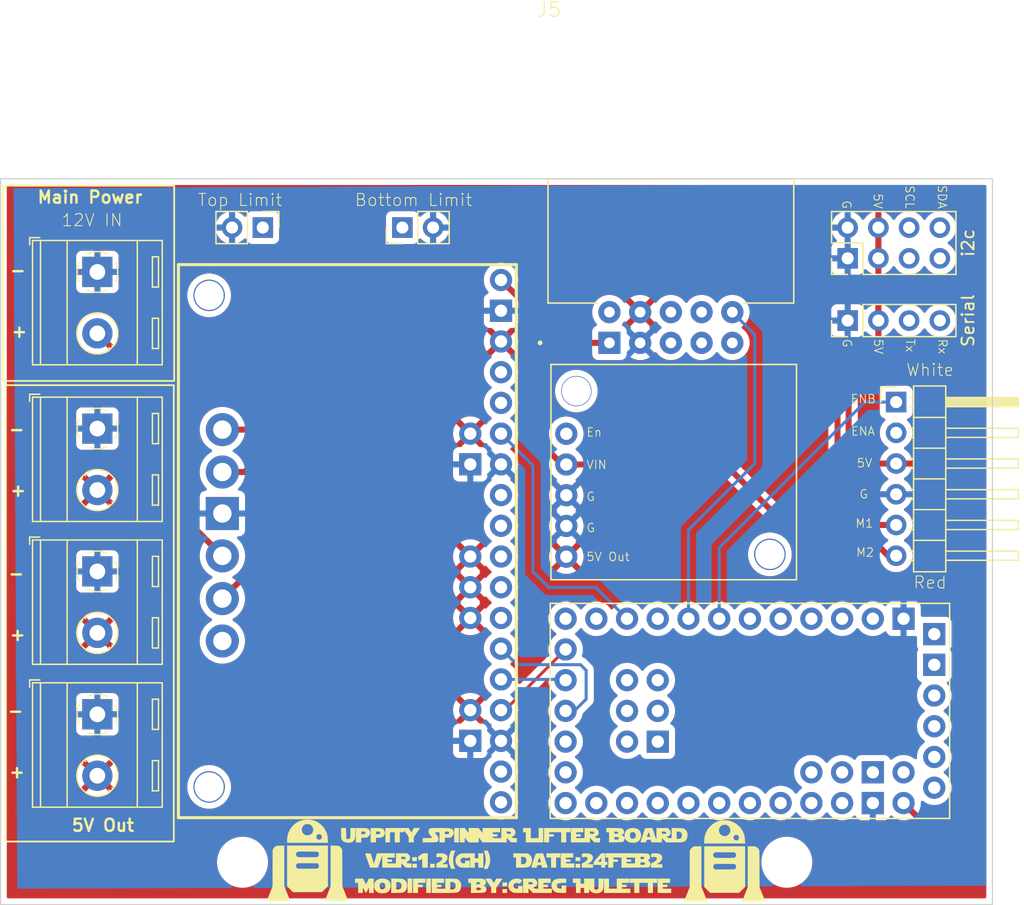
<source format=kicad_pcb>
(kicad_pcb (version 20211014) (generator pcbnew)
  (layers (0 "F.Cu" signal) (1 "In1.Cu" signal) (2 "In2.Cu" signal) (31 "B.Cu" signal) (34 "B.Paste" user) (35 "F.Paste" user) (36 "B.SilkS" user "B.Silkscreen") (37 "F.SilkS" user "F.Silkscreen") (38 "B.Mask" user) (39 "F.Mask" user) (44 "Edge.Cuts" user))
  (net 0 "")
  (net 1 "LFT_ENA")
  (net 2 "RTR_ENA")
  (net 3 "LFT_ENB")
  (net 4 "RTR_LIMIT")
  (net 5 "M1PWM2")
  (net 6 "M1IN1")
  (net 7 "M1IN2")
  (net 8 "M2PWM2")
  (net 9 "M2IN1")
  (net 10 "M2IN2")
  (net 11 "MOTOR_EN")
  (net 12 "M1FB")
  (net 13 "LKIT_A")
  (net 14 "LKIT_B")
  (net 15 "LKIT_C")
  (net 16 "SDA")
  (net 17 "SCL")
  (net 18 "M2FB")
  (net 19 "M1SF")
  (net 20 "LFT_TOP")
  (net 21 "LFT_BOT")
  (net 23 "12V")
  (net 25 "GND")
  (net 33 "RX")
  (net 36 "TX")
  (net 43 "5V")
  (net 44 "RMOT1")
  (net 45 "RMOT2")
  (net 46 "RTR_ENB")
  (net 47 "LMOT1")
  (net 48 "LMOT2")
  (footprint "TerminalBlock_RND:TerminalBlock_RND_205-00287_1x02_P5.08mm_Horizontal" (layer "F.Cu") (at 88 60.65 -90)
    (fp_text reference "J2" hide)
    (fp_text value "5V-1")
    (pad "1" thru_hole rect locked (at 0 0 270) (size 2.5 2.5) (drill 1.3) (layers *.Cu *.Mask) (net 25 "GND"))
    (pad "2" thru_hole circle locked (at 5.08 0 270) (size 2.5 2.5) (drill 1.3) (layers *.Cu *.Mask) (net 43 "5V"))
  )
  (footprint "Symbol:r2" (layer "F.Cu") (at 139.88861 96.419927)
    (fp_text reference "G***" hide)
    (fp_text value "LOGO" hide)
  )
  (footprint "Symbol:r2" (layer "F.Cu") (at 105.4 96.36)
    (fp_text reference "G***" hide)
    (fp_text value "LOGO" hide)
  )
  (footprint "TerminalBlock_RND:TerminalBlock_RND_205-00287_1x02_P5.08mm_Horizontal" (layer "F.Cu") (at 88 47.7 -90)
    (fp_text reference "J1" hide)
    (fp_text value "Main Power")
    (pad "1" thru_hole rect locked (at 0 0 270) (size 2.5 2.5) (drill 1.3) (layers *.Cu *.Mask) (net 25 "GND"))
    (pad "2" thru_hole circle locked (at 5.08 0 270) (size 2.5 2.5) (drill 1.3) (layers *.Cu *.Mask) (net 23 "12V"))
  )
  (footprint "Pololu:VoltageREG_2851" (layer "F.Cu") (at 135.65 64.25)
    (fp_text reference "U1" hide)
    (fp_text value "D24V550F5_Step_Down_Regulator" hide)
    (pad "EN" thru_hole circle (at -8.88 -3.17) (size 1.836 1.836) (drill 1.02) (layers *.Cu *.Mask))
    (pad "GND1" thru_hole circle (at -8.88 1.91) (size 1.836 1.836) (drill 1.02) (layers *.Cu *.Mask) (net 25 "GND"))
    (pad "GND2" thru_hole circle (at -8.88 4.45) (size 1.836 1.836) (drill 1.02) (layers *.Cu *.Mask) (net 25 "GND"))
    (pad "P1" thru_hole circle (at -8.05 -6.7) (size 2.5 2.5) (drill 2.4) (layers *.Cu *.Mask))
    (pad "P2" thru_hole circle (at 7.95 6.8) (size 2.6 2.6) (drill 2.4) (layers *.Cu *.Mask))
    (pad "VIN" thru_hole circle (at -8.88 -0.63) (size 1.836 1.836) (drill 1.02) (layers *.Cu *.Mask) (net 23 "12V"))
    (pad "Vout" thru_hole circle (at -8.88 6.99) (size 1.836 1.836) (drill 1.02) (layers *.Cu *.Mask) (net 43 "5V"))
  )
  (footprint "Connector_PinHeader_2.54mm:PinHeader_1x02_P2.54mm_Vertical" (layer "F.Cu") (at 113.215 44.03 90)
    (fp_text reference "J7" hide)
    (fp_text value "LIMIT Bottom" hide)
    (pad "1" thru_hole rect locked (at 0 0 90) (size 1.7 1.7) (drill 1) (layers *.Cu *.Mask) (net 21 "LFT_BOT"))
    (pad "2" thru_hole oval locked (at 0 2.54 90) (size 1.7 1.7) (drill 1) (layers *.Cu *.Mask) (net 25 "GND"))
  )
  (footprint "Pololu:A-Star POLOLU3161" (layer "F.Cu") (at 143.22 83.99 -90)
    (fp_text reference "J$1" hide)
    (fp_text value "POLOLU3161" hide)
    (pad "2" thru_hole circle (at -7.62 -1.27 270) (size 1.836 1.836) (drill 1.02) (layers *.Cu *.Mask) (net 1 "LFT_ENA"))
    (pad "3" thru_hole circle (at -7.62 1.27 270) (size 1.836 1.836) (drill 1.02) (layers *.Cu *.Mask) (net 2 "RTR_ENA"))
    (pad "4" thru_hole circle (at -7.62 3.81 270) (size 1.836 1.836) (drill 1.02) (layers *.Cu *.Mask) (net 3 "LFT_ENB"))
    (pad "5" thru_hole circle (at -7.62 6.35 270) (size 1.836 1.836) (drill 1.02) (layers *.Cu *.Mask) (net 46 "RTR_ENB"))
    (pad "6" thru_hole circle (at -7.62 8.89 270) (size 1.836 1.836) (drill 1.02) (layers *.Cu *.Mask) (net 4 "RTR_LIMIT"))
    (pad "7" thru_hole circle (at -7.62 11.43 270) (size 1.836 1.836) (drill 1.02) (layers *.Cu *.Mask) (net 5 "M1PWM2"))
    (pad "8" thru_hole circle (at -7.62 13.97 270) (size 1.836 1.836) (drill 1.02) (layers *.Cu *.Mask) (net 6 "M1IN1"))
    (pad "9" thru_hole circle (at -7.62 16.51 270) (size 1.836 1.836) (drill 1.02) (layers *.Cu *.Mask) (net 7 "M1IN2"))
    (pad "10" thru_hole circle (at -5.08 16.51 270) (size 1.836 1.836) (drill 1.02) (layers *.Cu *.Mask) (net 8 "M2PWM2"))
    (pad "11" thru_hole circle (at -2.54 16.51 270) (size 1.836 1.836) (drill 1.02) (layers *.Cu *.Mask) (net 9 "M2IN1"))
    (pad "12" thru_hole circle (at 0 16.51 270) (size 1.836 1.836) (drill 1.02) (layers *.Cu *.Mask) (net 10 "M2IN2"))
    (pad "13" thru_hole circle (at 7.62 16.51 270) (size 1.836 1.836) (drill 1.02) (layers *.Cu *.Mask) (net 11 "MOTOR_EN"))
    (pad "14" thru_hole circle (at 7.62 13.97 270) (size 1.836 1.836) (drill 1.02) (layers *.Cu *.Mask) (net 12 "M1FB"))
    (pad "15" thru_hole circle (at 7.62 11.43 270) (size 1.836 1.836) (drill 1.02) (layers *.Cu *.Mask) (net 13 "LKIT_A"))
    (pad "16" thru_hole circle (at 7.62 8.89 270) (size 1.836 1.836) (drill 1.02) (layers *.Cu *.Mask) (net 14 "LKIT_B"))
    (pad "17" thru_hole circle (at 7.62 6.35 270) (size 1.836 1.836) (drill 1.02) (layers *.Cu *.Mask) (net 15 "LKIT_C"))
    (pad "18" thru_hole circle (at 7.62 3.81 270) (size 1.836 1.836) (drill 1.02) (layers *.Cu *.Mask) (net 16 "SDA"))
    (pad "19" thru_hole circle (at 7.62 1.27 270) (size 1.836 1.836) (drill 1.02) (layers *.Cu *.Mask) (net 17 "SCL"))
    (pad "20" thru_hole circle (at 7.62 -1.27 270) (size 1.836 1.836) (drill 1.02) (layers *.Cu *.Mask) (net 18 "M2FB"))
    (pad "21" thru_hole circle (at 7.62 -3.81 270) (size 1.836 1.836) (drill 1.02) (layers *.Cu *.Mask) (net 19 "M1SF"))
    (pad "22" thru_hole circle (at 2.54 16.51 270) (size 1.836 1.836) (drill 1.02) (layers *.Cu *.Mask) (net 21 "LFT_BOT"))
    (pad "23" thru_hole circle (at 5.08 16.51 270) (size 1.836 1.836) (drill 1.02) (layers *.Cu *.Mask) (net 20 "LFT_TOP"))
    (pad "AREF" thru_hole circle (at 5.08 -3.81 270) (size 1.836 1.836) (drill 1.02) (layers *.Cu *.Mask))
    (pad "BAT+" thru_hole circle (at 7.62 -11.43 270) (size 1.836 1.836) (drill 1.02) (layers *.Cu *.Mask) (net 23 "12V"))
    (pad "DTR" thru_hole circle (at 6.35 -13.97 270) (size 1.836 1.836) (drill 1.02) (layers *.Cu *.Mask))
    (pad "GND" thru_hole rect (at -7.62 -11.43 270) (size 1.836 1.836) (drill 1.02) (layers *.Cu *.Mask) (net 25 "GND"))
    (pad "GND1" thru_hole rect (at -3.81 -13.97 270) (size 1.836 1.836) (drill 1.02) (layers *.Cu *.Mask))
    (pad "GND2" thru_hole rect (at -6.35 -13.97 270) (size 1.836 1.836) (drill 1.02) (layers *.Cu *.Mask))
    (pad "GND3" thru_hole rect (at 5.08 -8.89 270) (size 1.836 1.836) (drill 1.02) (layers *.Cu *.Mask))
    (pad "GND4" thru_hole rect (at 7.62 -8.89 270) (size 1.836 1.836) (drill 1.02) (layers *.Cu *.Mask) (net 25 "GND"))
    (pad "GND5" thru_hole rect (at 2.54 8.89 270) (size 1.836 1.836) (drill 1.02) (layers *.Cu *.Mask))
    (pad "MISO" thru_hole circle (at -2.54 11.43 270) (size 1.836 1.836) (drill 1.02) (layers *.Cu *.Mask))
    (pad "MOSI" thru_hole circle (at 0 8.89 270) (size 1.836 1.836) (drill 1.02) (layers *.Cu *.Mask))
    (pad "RESET1" thru_hole circle (at -7.62 -8.89 270) (size 1.836 1.836) (drill 1.02) (layers *.Cu *.Mask))
    (pad "RESET2" thru_hole circle (at 2.54 11.43 270) (size 1.836 1.836) (drill 1.02) (layers *.Cu *.Mask))
    (pad "RXD0" thru_hole circle (at -7.62 -6.35 270) (size 1.836 1.836) (drill 1.02) (layers *.Cu *.Mask) (net 33 "RX"))
    (pad "RXD0_1" thru_hole circle (at 1.27 -13.97 270) (size 1.836 1.836) (drill 1.02) (layers *.Cu *.Mask))
    (pad "SCK" thru_hole circle (at 0 11.43 270) (size 1.836 1.836) (drill 1.02) (layers *.Cu *.Mask))
    (pad "TXD0" thru_hole circle (at -7.62 -3.81 270) (size 1.836 1.836) (drill 1.02) (layers *.Cu *.Mask) (net 36 "TX"))
    (pad "TXD0_1" thru_hole circle (at 3.81 -13.97 270) (size 1.836 1.836) (drill 1.02) (layers *.Cu *.Mask))
    (pad "VCC1" thru_hole circle (at 5.08 -6.35 270) (size 1.836 1.836) (drill 1.02) (layers *.Cu *.Mask))
    (pad "VCC2" thru_hole circle (at 7.62 -6.35 270) (size 1.836 1.836) (drill 1.02) (layers *.Cu *.Mask))
    (pad "VCC3" thru_hole circle (at -2.54 8.89 270) (size 1.836 1.836) (drill 1.02) (layers *.Cu *.Mask))
    (pad "VCCIN" thru_hole circle (at -1.27 -13.97 270) (size 1.836 1.836) (drill 1.02) (layers *.Cu *.Mask))
    (pad "VIN" thru_hole circle (at 5.08 -11.43 270) (size 1.836 1.836) (drill 1.02) (layers *.Cu *.Mask))
  )
  (footprint "Connector_PinHeader_2.54mm:PinHeader_1x02_P2.54mm_Vertical" (layer "F.Cu") (at 101.675 44.03 -90)
    (fp_text reference "J8" hide)
    (fp_text value "LIMIT TOP" hide)
    (pad "1" thru_hole rect locked (at 0 0 270) (size 1.7 1.7) (drill 1) (layers *.Cu *.Mask) (net 20 "LFT_TOP"))
    (pad "2" thru_hole oval locked (at 0 2.54 270) (size 1.7 1.7) (drill 1) (layers *.Cu *.Mask) (net 25 "GND"))
  )
  (footprint "Connector_PinHeader_2.54mm:PinHeader_1x04_P2.54mm_Vertical" (layer "F.Cu") (at 150.03 51.72 90)
    (fp_text reference "J9" hide)
    (fp_text value "Serial" (at 0 9.95 90) (layer "F.SilkS"))
    (pad "1" thru_hole rect locked (at 0 0 90) (size 1.7 1.7) (drill 1) (layers *.Cu *.Mask) (net 25 "GND"))
    (pad "2" thru_hole oval locked (at 0 2.54 90) (size 1.7 1.7) (drill 1) (layers *.Cu *.Mask) (net 43 "5V"))
    (pad "3" thru_hole oval locked (at 0 5.08 90) (size 1.7 1.7) (drill 1) (layers *.Cu *.Mask) (net 36 "TX"))
    (pad "4" thru_hole oval locked (at 0 7.62 90) (size 1.7 1.7) (drill 1) (layers *.Cu *.Mask) (net 33 "RX"))
  )
  (footprint "Logos:LifterBoardLogo" (layer "F.Cu") (at 122.421772 96.501267)
    (fp_text reference "G***" hide)
    (fp_text value "LOGO" hide)
  )
  (footprint "MountingHole:MountingHole_3.2mm_M3" (layer "F.Cu") (at 100 96.5)
    (fp_text reference "REF**" hide)
    (fp_text value "MountingHole_3.2mm_M3" hide)
    (pad "" np_thru_hole circle locked (at 0 0) (size 3.2 3.2) (drill 3.2) (layers *.Cu *.Mask))
  )
  (footprint "TerminalBlock_RND:TerminalBlock_RND_205-00287_1x02_P5.08mm_Horizontal" (layer "F.Cu") (at 88 84.27 -90)
    (fp_text reference "J4" hide)
    (fp_text value "5V-3")
    (pad "1" thru_hole rect locked (at 0 0 270) (size 2.5 2.5) (drill 1.3) (layers *.Cu *.Mask) (net 25 "GND"))
    (pad "2" thru_hole circle locked (at 5.08 0 270) (size 2.5 2.5) (drill 1.3) (layers *.Cu *.Mask) (net 43 "5V"))
  )
  (footprint "Connector_PinHeader_2.54mm:PinHeader_1x06_P2.54mm_Horizontal" (layer "F.Cu") (at 154.04 58.46)
    (fp_text reference "Lifter1" hide)
    (fp_text value "Conn_01x06" hide)
    (pad "1" thru_hole rect locked (at 0 0) (size 1.7 1.7) (drill 1) (layers *.Cu *.Mask) (net 3 "LFT_ENB"))
    (pad "2" thru_hole oval locked (at 0 2.54) (size 1.7 1.7) (drill 1) (layers *.Cu *.Mask) (net 1 "LFT_ENA"))
    (pad "3" thru_hole oval locked (at 0 5.08) (size 1.7 1.7) (drill 1) (layers *.Cu *.Mask) (net 43 "5V"))
    (pad "4" thru_hole oval locked (at 0 7.62) (size 1.7 1.7) (drill 1) (layers *.Cu *.Mask) (net 25 "GND"))
    (pad "5" thru_hole oval locked (at 0 10.16) (size 1.7 1.7) (drill 1) (layers *.Cu *.Mask) (net 47 "LMOT1"))
    (pad "6" thru_hole oval locked (at 0 12.7) (size 1.7 1.7) (drill 1) (layers *.Cu *.Mask) (net 48 "LMOT2"))
  )
  (footprint "Connector_PinHeader_2.54mm:PinHeader_2x04_P2.54mm_Vertical" (layer "F.Cu") (at 150.03 46.575 90)
    (fp_text reference "J6" hide)
    (fp_text value "i2c" (at 1.27 9.95 90) (layer "F.SilkS"))
    (pad "1" thru_hole rect locked (at 0 0 90) (size 1.7 1.7) (drill 1) (layers *.Cu *.Mask) (net 25 "GND"))
    (pad "2" thru_hole oval locked (at 2.54 0 90) (size 1.7 1.7) (drill 1) (layers *.Cu *.Mask) (net 25 "GND"))
    (pad "3" thru_hole oval locked (at 0 2.54 90) (size 1.7 1.7) (drill 1) (layers *.Cu *.Mask) (net 43 "5V"))
    (pad "4" thru_hole oval locked (at 2.54 2.54 90) (size 1.7 1.7) (drill 1) (layers *.Cu *.Mask) (net 43 "5V"))
    (pad "5" thru_hole oval locked (at 0 5.08 90) (size 1.7 1.7) (drill 1) (layers *.Cu *.Mask) (net 17 "SCL"))
    (pad "6" thru_hole oval locked (at 2.54 5.08 90) (size 1.7 1.7) (drill 1) (layers *.Cu *.Mask) (net 17 "SCL"))
    (pad "7" thru_hole oval locked (at 0 7.62 90) (size 1.7 1.7) (drill 1) (layers *.Cu *.Mask) (net 16 "SDA"))
    (pad "8" thru_hole oval locked (at 2.54 7.62 90) (size 1.7 1.7) (drill 1) (layers *.Cu *.Mask) (net 16 "SDA"))
  )
  (footprint "TerminalBlock_RND:TerminalBlock_RND_205-00287_1x02_P5.08mm_Horizontal" (layer "F.Cu") (at 88 72.46 -90)
    (fp_text reference "J3" hide)
    (fp_text value "5V-2")
    (pad "1" thru_hole rect locked (at 0 0 270) (size 2.5 2.5) (drill 1.3) (layers *.Cu *.Mask) (net 25 "GND"))
    (pad "2" thru_hole circle locked (at 5.08 0 270) (size 2.5 2.5) (drill 1.3) (layers *.Cu *.Mask) (net 43 "5V"))
  )
  (footprint "Connector_Pin:TE_1761607-3Uppity" (layer "F.Cu") (at 130.33325 53.5635)
    (fp_text reference "J5" (at -6.08 -26.85) (layer "F.SilkS") (effects (font (size 1.2065 1.2065) (thickness 0.09652)) (justify left bottom)))
    (fp_text value "Rotary Connector" hide)
    (pad "1" thru_hole rect (at 0 0) (size 1.836 1.836) (drill 0.89) (layers *.Cu *.Mask) (net 44 "RMOT1"))
    (pad "2" thru_hole circle (at 0 -2.54) (size 1.836 1.836) (drill 0.89) (layers *.Cu *.Mask) (net 45 "RMOT2"))
    (pad "3" thru_hole circle (at 2.54 0) (size 1.836 1.836) (drill 0.89) (layers *.Cu *.Mask) (net 25 "GND"))
    (pad "4" thru_hole circle (at 2.54 -2.54) (size 1.836 1.836) (drill 0.89) (layers *.Cu *.Mask) (net 43 "5V"))
    (pad "5" thru_hole circle (at 5.08 0) (size 1.836 1.836) (drill 0.89) (layers *.Cu *.Mask) (net 13 "LKIT_A"))
    (pad "6" thru_hole circle (at 5.08 -2.54) (size 1.836 1.836) (drill 0.89) (layers *.Cu *.Mask) (net 4 "RTR_LIMIT"))
    (pad "7" thru_hole circle (at 7.62 0) (size 1.836 1.836) (drill 0.89) (layers *.Cu *.Mask) (net 14 "LKIT_B"))
    (pad "8" thru_hole circle (at 7.62 -2.54) (size 1.836 1.836) (drill 0.89) (layers *.Cu *.Mask) (net 2 "RTR_ENA"))
    (pad "9" thru_hole circle (at 10.16 0) (size 1.836 1.836) (drill 0.89) (layers *.Cu *.Mask) (net 15 "LKIT_C"))
    (pad "10" thru_hole circle (at 10.16 -2.54) (size 1.836 1.836) (drill 0.89) (layers *.Cu *.Mask) (net 46 "RTR_ENB"))
  )
  (footprint "Pololu:MC33926 Dual Motor Driver" (layer "F.Cu") (at 108.67 69.9565 180)
    (fp_text reference "U$1" hide)
    (fp_text value "1213" hide)
    (pad "" np_thru_hole circle (at 11.43 20.32 180) (size 2.6 2.6) (drill 2.4) (layers F&B.Cu *.Mask))
    (pad "" np_thru_hole circle (at 11.43 -20.32 180) (size 2.6 2.6) (drill 2.4) (layers F&B.Cu *.Mask))
    (pad "EN" thru_hole circle (at -12.7 -1.27 180) (size 1.836 1.836) (drill 1.02) (layers *.Cu *.Mask) (net 11 "MOTOR_EN"))
    (pad "GND" thru_hole rect (at -12.7 19.05 180) (size 1.836 1.836) (drill 1.02) (layers *.Cu *.Mask) (net 25 "GND"))
    (pad "GND$1" thru_hole rect (at -10.16 -16.51 180) (size 1.836 1.836) (drill 1.02) (layers *.Cu *.Mask) (net 25 "GND"))
    (pad "GND$2" thru_hole rect (at -10.16 6.35 180) (size 1.836 1.836) (drill 1.02) (layers *.Cu *.Mask) (net 25 "GND"))
    (pad "INV" thru_hole circle (at -12.7 -6.35 180) (size 1.836 1.836) (drill 1.02) (layers *.Cu *.Mask))
    (pad "M1FB" thru_hole circle (at -12.7 1.27 180) (size 1.836 1.836) (drill 1.02) (layers *.Cu *.Mask) (net 12 "M1FB"))
    (pad "M1IN1" thru_hole circle (at -12.7 11.43 180) (size 1.836 1.836) (drill 1.02) (layers *.Cu *.Mask) (net 6 "M1IN1"))
    (pad "M1IN2" thru_hole circle (at -12.7 13.97 180) (size 1.836 1.836) (drill 1.02) (layers *.Cu *.Mask) (net 7 "M1IN2"))
    (pad "M1OUT1" thru_hole circle (at 10.3378 9.2202 180) (size 2.736 2.736) (drill 1.52) (layers *.Cu *.Mask) (net 47 "LMOT1"))
    (pad "M1OUT2" thru_hole circle (at 10.3378 5.715 180) (size 2.736 2.736) (drill 1.52) (layers *.Cu *.Mask) (net 48 "LMOT2"))
    (pad "M1PWM1" thru_hole circle (at -12.7 6.35 180) (size 1.836 1.836) (drill 1.02) (layers *.Cu *.Mask) (net 25 "GND"))
    (pad "M1PWM2" thru_hole circle (at -12.7 8.89 180) (size 1.836 1.836) (drill 1.02) (layers *.Cu *.Mask) (net 5 "M1PWM2"))
    (pad "M1SF" thru_hole circle (at -12.7 3.81 180) (size 1.836 1.836) (drill 1.02) (layers *.Cu *.Mask) (net 19 "M1SF"))
    (pad "M2FB" thru_hole circle (at -12.7 -21.59 180) (size 1.836 1.836) (drill 1.02) (layers *.Cu *.Mask) (net 18 "M2FB"))
    (pad "M2IN1" thru_hole circle (at -12.7 -11.43 180) (size 1.836 1.836) (drill 1.02) (layers *.Cu *.Mask) (net 9 "M2IN1"))
    (pad "M2IN2" thru_hole circle (at -12.7 -8.89 180) (size 1.836 1.836) (drill 1.02) (layers *.Cu *.Mask) (net 10 "M2IN2"))
    (pad "M2OUT1" thru_hole circle (at 10.3378 -4.7498 180) (size 2.736 2.736) (drill 1.52) (layers *.Cu *.Mask) (net 44 "RMOT1"))
    (pad "M2OUT2" thru_hole circle (at 10.3378 -8.255 180) (size 2.736 2.736) (drill 1.52) (layers *.Cu *.Mask) (net 45 "RMOT2"))
    (pad "M2PWM1" thru_hole circle (at -12.7 -16.51 180) (size 1.836 1.836) (drill 1.02) (layers *.Cu *.Mask) (net 25 "GND"))
    (pad "M2PWM2" thru_hole circle (at -12.7 -13.97 180) (size 1.836 1.836) (drill 1.02) (layers *.Cu *.Mask) (net 8 "M2PWM2"))
    (pad "M2SF" thru_hole circle (at -12.7 -19.05 180) (size 1.836 1.836) (drill 1.02) (layers *.Cu *.Mask))
    (pad "MGND" thru_hole rect (at 10.3378 2.286 180) (size 2.736 2.736) (drill 1.52) (layers *.Cu *.Mask) (net 25 "GND"))
    (pad "MVIN" thru_hole circle (at 10.3378 -1.2192 180) (size 2.736 2.736) (drill 1.52) (layers *.Cu *.Mask) (net 23 "12V"))
    (pad "SLEW" thru_hole circle (at -12.7 -3.81 180) (size 1.836 1.836) (drill 1.02) (layers *.Cu *.Mask))
    (pad "VDD" thru_hole circle (at -12.7 16.51 180) (size 1.836 1.836) (drill 1.02) (layers *.Cu *.Mask) (net 43 "5V"))
    (pad "VDD$1" thru_hole circle (at -10.16 -13.97 180) (size 1.836 1.836) (drill 1.02) (layers *.Cu *.Mask) (net 43 "5V"))
    (pad "VDD$2" thru_hole circle (at -10.16 -6.35 180) (size 1.836 1.836) (drill 1.02) (layers *.Cu *.Mask) (net 43 "5V"))
    (pad "VDD$3" thru_hole circle (at -10.16 -3.81 180) (size 1.836 1.836) (drill 1.02) (layers *.Cu *.Mask) (net 43 "5V"))
    (pad "VDD$4" thru_hole circle (at -10.16 -1.27 180) (size 1.836 1.836) (drill 1.02) (layers *.Cu *.Mask) (net 43 "5V"))
    (pad "VDD$5" thru_hole circle (at -10.16 8.89 180) (size 1.836 1.836) (drill 1.02) (layers *.Cu *.Mask) (net 43 "5V"))
    (pad "VIN" thru_hole circle (at -12.7 21.59 180) (size 1.836 1.836) (drill 1.02) (layers *.Cu *.Mask) (net 23 "12V"))
  )
  (footprint "MountingHole:MountingHole_3.2mm_M3" (layer "F.Cu") (at 145 96.5)
    (fp_text reference "REF**" hide)
    (fp_text value "MountingHole_3.2mm_M3" hide)
    (pad "" np_thru_hole circle locked (at 0 0) (size 3.2 3.2) (drill 3.2) (layers *.Cu *.Mask))
  )
  (gr_rect (start 94.35 40.57) (end 80.22 56.71) (layer "F.SilkS") (width 0.15) (fill none))
  (gr_rect (start 80.41 57.06) (end 94.32 94.79) (layer "F.SilkS") (width 0.15) (fill none))
  (gr_line (start 162 100) (end 80 100) (layer "Edge.Cuts") (width 0.1))
  (gr_line (start 80 100) (end 80 40) (layer "Edge.Cuts") (width 0.1))
  (gr_line (start 80 40) (end 162 40) (layer "Edge.Cuts") (width 0.1))
  (gr_line (start 162 40) (end 162 100) (layer "Edge.Cuts") (width 0.1))
  (gr_text "+" (at 81.36 89.03) (layer "F.SilkS") (effects (font (size 1 1) (thickness 0.2))))
  (gr_text "_" (at 81.24 83.51) (layer "F.SilkS") (effects (font (size 1 1) (thickness 0.2))))
  (gr_text "5V" (at 151.43 63.5) (layer "F.SilkS") (effects (font (size 0.7 0.7) (thickness 0.075))))
  (gr_text "_" (at 81.29 72.16) (layer "F.SilkS") (effects (font (size 1 1) (thickness 0.2))))
  (gr_text "G" (at 128.786667 68.86) (layer "F.SilkS") (effects (font (size 0.7 0.7) (thickness 0.075))))
  (gr_text "Bottom Limit" (at 114.14 41.75) (layer "F.SilkS") (effects (font (size 1 1) (thickness 0.075))))
  (gr_text "SDA" (at 157.84 41.5 270) (layer "F.SilkS") (effects (font (size 0.7 0.7) (thickness 0.075))))
  (gr_text "5V" (at 152.57 53.87 270) (layer "F.SilkS") (effects (font (size 0.7 0.7) (thickness 0.075))))
  (gr_text "Tx" (at 155.2 53.786667 270) (layer "F.SilkS") (effects (font (size 0.7 0.7) (thickness 0.075))))
  (gr_text "M1" (at 151.41 68.48) (layer "F.SilkS") (effects (font (size 0.7 0.7) (thickness 0.075))))
  (gr_text "VIN" (at 129.27 63.64) (layer "F.SilkS") (effects (font (size 0.7 0.7) (thickness 0.075))))
  (gr_text "+" (at 81.41 77.68) (layer "F.SilkS") (effects (font (size 1 1) (thickness 0.2))))
  (gr_text "ENB" (at 151.32 58.2) (layer "F.SilkS") (effects (font (size 0.7 0.7) (thickness 0.075))))
  (gr_text "En" (at 129.07 60.96) (layer "F.SilkS") (effects (font (size 0.7 0.7) (thickness 0.075))))
  (gr_text "5V Out" (at 88.46 93.45) (layer "F.SilkS") (effects (font (size 1 1) (thickness 0.2))))
  (gr_text "SCL" (at 155.16 41.516667 270) (layer "F.SilkS") (effects (font (size 0.7 0.7) (thickness 0.075))))
  (gr_text "G" (at 151.36 66.07) (layer "F.SilkS") (effects (font (size 0.7 0.7) (thickness 0.075))))
  (gr_text "G" (at 128.78 66.28) (layer "F.SilkS") (effects (font (size 0.7 0.7) (thickness 0.075))))
  (gr_text "Rx" (at 157.88 53.87 270) (layer "F.SilkS") (effects (font (size 0.7 0.7) (thickness 0.075))))
  (gr_text "5V Out" (at 130.22 71.25) (layer "F.SilkS") (effects (font (size 0.7 0.7) (thickness 0.075))))
  (gr_text "12V IN" (at 87.56 43.42) (layer "F.SilkS") (effects (font (size 1 1) (thickness 0.075))))
  (gr_text "White" (at 156.84 55.8) (layer "F.SilkS") (effects (font (size 1 1) (thickness 0.075))))
  (gr_text "+" (at 81.45 65.75) (layer "F.SilkS") (effects (font (size 1 1) (thickness 0.2))))
  (gr_text "G" (at 149.98 53.586667 270) (layer "F.SilkS") (effects (font (size 0.7 0.7) (thickness 0.075))))
  (gr_text "Red" (at 156.84 73.37) (layer "F.SilkS") (effects (font (size 1 1) (thickness 0.075))))
  (gr_text "+" (at 81.55 52.61) (layer "F.SilkS") (effects (font (size 1 1) (thickness 0.2))))
  (gr_text "_" (at 81.43 47.09) (layer "F.SilkS") (effects (font (size 1 1) (thickness 0.2))))
  (gr_text "Main Power" (at 87.39 41.52) (layer "F.SilkS") (effects (font (size 1 1) (thickness 0.2))))
  (gr_text "_" (at 81.33 60.23) (layer "F.SilkS") (effects (font (size 1 1) (thickness 0.2))))
  (gr_text "M2" (at 151.47 70.89) (layer "F.SilkS") (effects (font (size 0.7 0.7) (thickness 0.075))))
  (gr_text "ENA" (at 151.3 60.87) (layer "F.SilkS") (effects (font (size 0.7 0.7) (thickness 0.075))))
  (gr_text "Top Limit" (at 99.79 41.75) (layer "F.SilkS") (effects (font (size 1 1) (thickness 0.075))))
  (gr_text "G" (at 149.94 42.133334 270) (layer "F.SilkS") (effects (font (size 0.7 0.7) (thickness 0.075))))
  (gr_text "5V" (at 152.53 41.85 270) (layer "F.SilkS") (effects (font (size 0.7 0.7) (thickness 0.075))))
  (segment (start 139.41 70.5) (end 139.41 76.37) (width 0.25) (layer "B.Cu") (net 3))
  (segment (start 151.45 58.46) (end 139.41 70.5) (width 0.25) (layer "B.Cu") (net 3))
  (segment (start 154.04 58.46) (end 151.45 58.46) (width 0.25) (layer "B.Cu") (net 3))
  (segment (start 124.01 72.48) (end 125.31 73.78) (width 0.25) (layer "B.Cu") (net 5))
  (segment (start 121.37 61.0665) (end 124.01 63.7065) (width 0.25) (layer "B.Cu") (net 5))
  (segment (start 125.31 73.78) (end 129.2 73.78) (width 0.25) (layer "B.Cu") (net 5))
  (segment (start 124.01 63.7065) (end 124.01 72.48) (width 0.25) (layer "B.Cu") (net 5))
  (segment (start 129.2 73.78) (end 131.79 76.37) (width 0.25) (layer "B.Cu") (net 5))
  (segment (start 126.71 78.91) (end 121.6935 83.9265) (width 0.25) (layer "F.Cu") (net 8))
  (segment (start 121.6935 83.9265) (end 121.37 83.9265) (width 0.25) (layer "F.Cu") (net 8))
  (segment (start 121.37 81.3865) (end 126.6465 81.3865) (width 0.25) (layer "B.Cu") (net 9))
  (segment (start 126.6465 81.3865) (end 126.71 81.45) (width 0.25) (layer "B.Cu") (net 9))
  (segment (start 127.94 80.17) (end 128.41 80.64) (width 0.25) (layer "B.Cu") (net 10))
  (segment (start 128.41 83.02) (end 127.44 83.99) (width 0.25) (layer "B.Cu") (net 10))
  (segment (start 121.37 78.8465) (end 122.6935 80.17) (width 0.25) (layer "B.Cu") (net 10))
  (segment (start 128.41 80.64) (end 128.41 83.02) (width 0.25) (layer "B.Cu") (net 10))
  (segment (start 127.44 83.99) (end 126.71 83.99) (width 0.25) (layer "B.Cu") (net 10))
  (segment (start 122.6935 80.17) (end 127.94 80.17) (width 0.25) (layer "B.Cu") (net 10))
  (segment (start 124.99 62.18) (end 126.43 63.62) (width 0.5) (layer "F.Cu") (net 23))
  (segment (start 157.9 74.22) (end 159.34 75.66) (width 0.5) (layer "F.Cu") (net 23))
  (segment (start 159.34 92.2) (end 158.13 93.41) (width 0.5) (layer "F.Cu") (net 23))
  (segment (start 156.45 93.41) (end 154.65 91.61) (width 0.5) (layer "F.Cu") (net 23))
  (segment (start 124.99 51.9865) (end 124.99 62.18) (width 0.5) (layer "F.Cu") (net 23))
  (segment (start 126.77 63.62) (end 139.91 63.62) (width 0.5) (layer "F.Cu") (net 23))
  (segment (start 126.43 63.62) (end 126.77 63.62) (width 0.5) (layer "F.Cu") (net 23))
  (segment (start 94.45 67.2935) (end 98.3322 71.1757) (width 0.5) (layer "F.Cu") (net 23))
  (segment (start 121.37 48.3665) (end 124.99 51.9865) (width 0.5) (layer "F.Cu") (net 23))
  (segment (start 159.34 75.66) (end 159.34 92.2) (width 0.5) (layer "F.Cu") (net 23))
  (segment (start 88 52.78) (end 94.45 59.23) (width 0.5) (layer "F.Cu") (net 23))
  (segment (start 158.13 93.41) (end 156.45 93.41) (width 0.5) (layer "F.Cu") (net 23))
  (segment (start 139.91 63.62) (end 150.51 74.22) (width 0.5) (layer "F.Cu") (net 23))
  (segment (start 94.45 59.23) (end 94.45 67.2935) (width 0.5) (layer "F.Cu") (net 23))
  (segment (start 150.51 74.22) (end 157.9 74.22) (width 0.5) (layer "F.Cu") (net 23))
  (segment (start 101.24 71.7985) (end 101.24 64.74) (width 0.5) (layer "F.Cu") (net 44))
  (segment (start 119.48 46.5) (end 125.09 46.5) (width 0.5) (layer "F.Cu") (net 44))
  (segment (start 101.24 64.74) (end 119.48 46.5) (width 0.5) (layer "F.Cu") (net 44))
  (segment (start 125.09 46.5) (end 127.23 48.64) (width 0.5) (layer "F.Cu") (net 44))
  (segment (start 127.23 48.64) (end 127.23 52.08) (width 0.5) (layer "F.Cu") (net 44))
  (segment (start 98.3322 74.7063) (end 101.24 71.7985) (width 0.5) (layer "F.Cu") (net 44))
  (segment (start 127.23 52.08) (end 128.7135 53.5635) (width 0.5) (layer "F.Cu") (net 44))
  (segment (start 128.7135 53.5635) (end 130.33325 53.5635) (width 0.5) (layer "F.Cu") (net 44))
  (segment (start 136.87 69.02) (end 136.87 76.37) (width 0.25) (layer "B.Cu") (net 46))
  (segment (start 142.35 52.88025) (end 142.35 63.54) (width 0.25) (layer "B.Cu") (net 46))
  (segment (start 142.35 63.54) (end 136.87 69.02) (width 0.25) (layer "B.Cu") (net 46))
  (segment (start 140.49325 51.0235) (end 142.35 52.88025) (width 0.25) (layer "B.Cu") (net 46))
  (segment (start 150.11 54.94) (end 150.11 66.55) (width 0.5) (layer "F.Cu") (net 47))
  (segment (start 98.3322 60.7363) (end 101.9937 60.7363) (width 0.5) (layer "F.Cu") (net 47))
  (segment (start 101.9937 60.7363) (end 118.02 44.71) (width 0.5) (layer "F.Cu") (net 47))
  (segment (start 118.02 44.71) (end 143.82 44.71) (width 0.5) (layer "F.Cu") (net 47))
  (segment (start 147.84 52.67) (end 150.11 54.94) (width 0.5) (layer "F.Cu") (net 47))
  (segment (start 143.82 44.71) (end 147.84 48.73) (width 0.5) (layer "F.Cu") (net 47))
  (segment (start 150.11 66.55) (end 152.18 68.62) (width 0.5) (layer "F.Cu") (net 47))
  (segment (start 147.84 48.73) (end 147.84 52.67) (width 0.5) (layer "F.Cu") (net 47))
  (segment (start 152.18 68.62) (end 154.04 68.62) (width 0.5) (layer "F.Cu") (net 47))
  (segment (start 153.38 71.16) (end 154.04 71.16) (width 0.5) (layer "F.Cu") (net 48))
  (segment (start 146.71 49.66) (end 146.71 53.06) (width 0.5) (layer "F.Cu") (net 48))
  (segment (start 146.71 53.06) (end 149.189635 55.539635) (width 0.5) (layer "F.Cu") (net 48))
  (segment (start 100.1685 64.2415) (end 118.84 45.57) (width 0.5) (layer "F.Cu") (net 48))
  (segment (start 118.84 45.57) (end 142.62 45.57) (width 0.5) (layer "F.Cu") (net 48))
  (segment (start 149.189635 55.539635) (end 149.189635 66.969635) (width 0.5) (layer "F.Cu") (net 48))
  (segment (start 142.62 45.57) (end 146.71 49.66) (width 0.5) (layer "F.Cu") (net 48))
  (segment (start 149.189635 66.969635) (end 153.38 71.16) (width 0.5) (layer "F.Cu") (net 48))
  (segment (start 98.3322 64.2415) (end 100.1685 64.2415) (width 0.5) (layer "F.Cu") (net 48))
  (zone (net 43) (net_name "5V") (layer "F.Cu") (connect_pads (clearance 0.508)) (min_thickness 0.254) (fill yes (thermal_gap 0.508) (thermal_bridge_width 0.508))
    (polygon (pts (xy 161.53 40.47) (xy 161.66 99.64) (xy 80.38 99.57) (xy 80.12 39.9)))
  )
  (zone (net 25) (net_name "GND") (layer "B.Cu") (connect_pads (clearance 0.508)) (min_thickness 0.254) (fill yes (thermal_gap 0.508) (thermal_bridge_width 0.508))
    (polygon (pts (xy 161.72 98.44) (xy 81.38 98.69) (xy 81.07 40.78) (xy 161.72 40.4)))
  )
)
</source>
